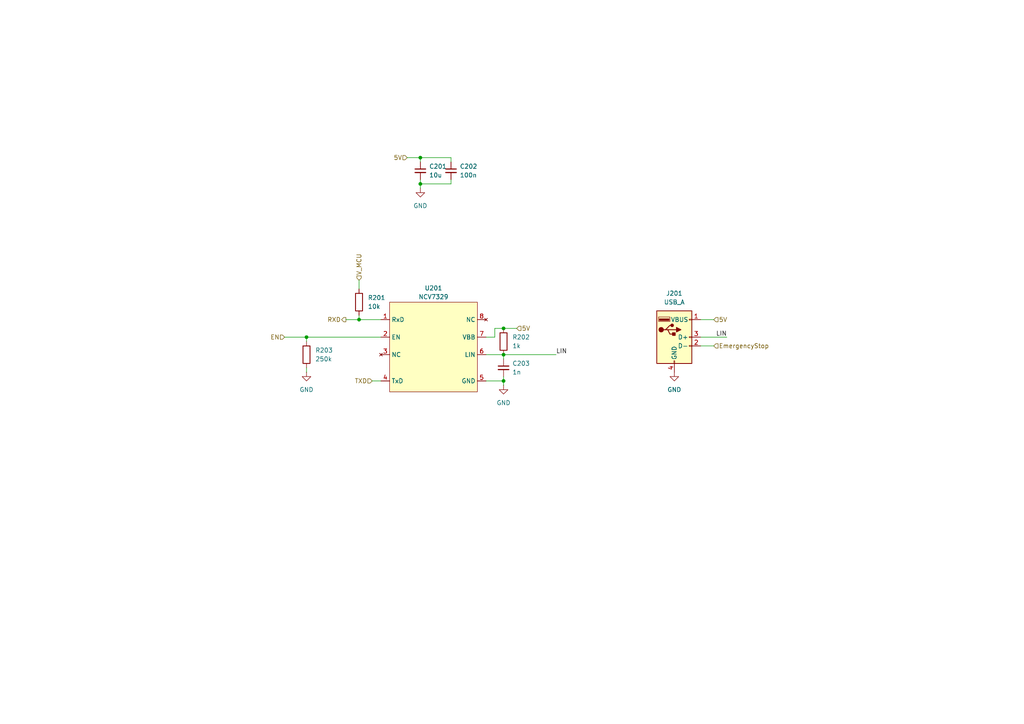
<source format=kicad_sch>
(kicad_sch (version 20231120) (generator "eeschema") (generator_version "8.0")
  (paper "A4")
  (lib_symbols
    (symbol "Connector:USB_A" (pin_names (offset 1.016))
      (property "Reference" "J1" (at 0 12.7 0))
      (property "Value" "USB_A" (at 0 10.16 0))
      (symbol "USB_A_0_1"
        (rectangle (start -5.08 -7.62) (end 5.08 7.62) (stroke (width 0.254)) (fill (type background)))
        (circle (center -3.81 2.159) (radius 0.635) (stroke (width 0.254)) (fill (type outline)))
        (rectangle (start -1.524 4.826) (end -4.318 5.334) (fill (type outline)))
        (rectangle (start -1.27 4.572) (end -4.572 5.842))
        (circle (center -0.635 3.429) (radius 0.381) (stroke (width 0.254)) (fill (type outline)))
        (rectangle (start -0.127 -7.62) (end 0.127 -6.858))
        (polyline (pts (xy -3.175 2.159) (xy -2.54 2.159) (xy -1.27 3.429) (xy -0.635 3.429)) (stroke (width 0.254)))
        (polyline (pts (xy -2.54 2.159) (xy -1.905 2.159) (xy -1.27 0.889) (xy 0 0.889)) (stroke (width 0.254)))
        (polyline (pts (xy 0.635 2.794) (xy 0.635 1.524) (xy 1.905 2.159) (xy 0.635 2.794)) (stroke (width 0.254)) (fill (type outline)))
        (rectangle (start 0.254 1.27) (end -0.508 0.508) (stroke (width 0.254)) (fill (type outline)))
        (rectangle (start 5.08 -2.667) (end 4.318 -2.413))
        (rectangle (start 5.08 -0.127) (end 4.318 0.127))
        (rectangle (start 5.08 4.953) (end 4.318 5.207))
      )
      (symbol "USB_A_1_1"
        (polyline (pts (xy -1.905 2.159) (xy 0.635 2.159)) (stroke (width 0.254)))
        (pin power_in line (at 7.62 5.08 180) (length 2.54) (name "VBUS") (number "1"))
        (pin bidirectional line (at 7.62 -2.54 180) (length 2.54) (name "D-") (number "2"))
        (pin bidirectional line (at 7.62 0 180) (length 2.54) (name "D+") (number "3"))
        (pin power_in line (at 0 -10.16 90) (length 2.54) (name "GND") (number "4"))
      )
    )
    (symbol "Device:C_Small" (pin_numbers hide) (pin_names (offset 0.254) hide)
      (property "Reference" "C" (at 0.254 1.778 0))
      (property "Value" "C_Small" (at 0.254 -2.032 0))
      (symbol "C_Small_0_1"
        (polyline (pts (xy -1.524 -0.508) (xy 1.524 -0.508)) (stroke (width 0.3302)))
        (polyline (pts (xy -1.524 0.508) (xy 1.524 0.508)) (stroke (width 0.3048)))
      )
      (symbol "C_Small_1_1"
        (pin passive line (at 0 2.54 270) (length 2.032) (name "~") (number "1"))
        (pin passive line (at 0 -2.54 90) (length 2.032) (name "~") (number "2"))
      )
    )
    (symbol "Device:R" (pin_numbers hide) (pin_names (offset 0))
      (property "Reference" "R" (at 2.032 0 90))
      (property "Value" "R" (at 0 0 90))
      (symbol "R_0_1"
        (rectangle (start -1.016 -2.54) (end 1.016 2.54) (stroke (width 0.254)))
      )
      (symbol "R_1_1"
        (pin passive line (at 0 3.81 270) (length 1.27) (name "~") (number "1"))
        (pin passive line (at 0 -3.81 90) (length 1.27) (name "~") (number "2"))
      )
    )
    (symbol "Librairie_MB:NCV7329"
      (property "Reference" "U3" (at 0 22.86 0))
      (property "Value" "NCV7329" (at 0 20.32 0))
      (property "MPN" "NCV7329D10R2G" (at 0 17.78 0))
      (property "LCSC" "C603984 " (at 0 15.24 0))
      (symbol "NCV7329_1_1"
        (rectangle (start -12.7 12.7) (end 12.7 -13.335) (fill (type background)))
        (pin output line (at -15.24 7.62 0) (length 2.54) (name "RxD") (number "1"))
        (pin input line (at -15.24 2.54 0) (length 2.54) (name "EN") (number "2"))
        (pin no_connect line (at -15.24 -2.54 0) (length 2.54) (name "NC") (number "3"))
        (pin input line (at -15.24 -10.16 0) (length 2.54) (name "TxD") (number "4"))
        (pin power_in line (at 15.24 -10.16 180) (length 2.54) (name "GND") (number "5"))
        (pin bidirectional line (at 15.24 -2.54 180) (length 2.54) (name "LIN") (number "6"))
        (pin power_in line (at 15.24 2.54 180) (length 2.54) (name "VBB") (number "7"))
        (pin no_connect line (at 15.24 7.62 180) (length 2.54) (name "NC") (number "8"))
      )
    )
    (symbol "power:GND" (power) (pin_numbers hide) (pin_names (offset 0) hide)
      (property "Value" "GND" (at 0 -3.81 0))
      (symbol "GND_0_1"
        (polyline (pts (xy 0 0) (xy 0 -1.27) (xy 1.27 -1.27) (xy 0 -2.54) (xy -1.27 -1.27) (xy 0 -1.27)))
      )
      (symbol "GND_1_1"
        (pin power_in line (at 0 0 270) (length 0) (name "~") (number "1"))
      )
    )
  )
  (junction (at 121.92 45.72))
  (junction (at 146.05 102.87))
  (junction (at 146.05 95.25))
  (junction (at 146.05 110.49))
  (junction (at 88.9 97.79))
  (junction (at 104.14 92.71))
  (junction (at 121.92 53.34))
  (wire (pts (xy 121.92 53.34) (xy 121.92 54.61)))
  (wire (pts (xy 203.2 92.71) (xy 207.01 92.71)))
  (wire (pts (xy 130.81 46.99) (xy 130.81 45.72)))
  (wire (pts (xy 130.81 52.07) (xy 130.81 53.34)))
  (wire (pts (xy 161.29 102.87) (xy 146.05 102.87)))
  (wire (pts (xy 121.92 53.34) (xy 130.81 53.34)))
  (wire (pts (xy 121.92 52.07) (xy 121.92 53.34)))
  (wire (pts (xy 100.33 92.71) (xy 104.14 92.71)))
  (wire (pts (xy 104.14 92.71) (xy 110.49 92.71)))
  (wire (pts (xy 82.55 97.79) (xy 88.9 97.79)))
  (wire (pts (xy 146.05 102.87) (xy 140.97 102.87)))
  (wire (pts (xy 88.9 107.95) (xy 88.9 106.68)))
  (wire (pts (xy 88.9 99.06) (xy 88.9 97.79)))
  (wire (pts (xy 146.05 95.25) (xy 149.86 95.25)))
  (wire (pts (xy 203.2 97.79) (xy 210.82 97.79)))
  (wire (pts (xy 121.92 45.72) (xy 121.92 46.99)))
  (wire (pts (xy 143.51 95.25) (xy 146.05 95.25)))
  (wire (pts (xy 146.05 110.49) (xy 140.97 110.49)))
  (wire (pts (xy 121.92 45.72) (xy 130.81 45.72)))
  (wire (pts (xy 146.05 109.22) (xy 146.05 110.49)))
  (wire (pts (xy 146.05 111.76) (xy 146.05 110.49)))
  (wire (pts (xy 146.05 102.87) (xy 146.05 104.14)))
  (wire (pts (xy 104.14 91.44) (xy 104.14 92.71)))
  (wire (pts (xy 143.51 97.79) (xy 143.51 95.25)))
  (wire (pts (xy 121.92 45.72) (xy 118.11 45.72)))
  (wire (pts (xy 107.95 110.49) (xy 110.49 110.49)))
  (wire (pts (xy 104.14 81.28) (xy 104.14 83.82)))
  (wire (pts (xy 140.97 97.79) (xy 143.51 97.79)))
  (wire (pts (xy 88.9 97.79) (xy 110.49 97.79)))
  (wire (pts (xy 203.2 100.33) (xy 207.01 100.33)))
  (label "LIN" (at 210.82 97.79 180))
  (label "LIN" (at 161.29 102.87 0))
  (hierarchical_label "5V" (shape input) (at 149.86 95.25 0))
  (hierarchical_label "5V" (shape input) (at 207.01 92.71 0))
  (hierarchical_label "RXD" (shape output) (at 100.33 92.71 180))
  (hierarchical_label "5V" (shape input) (at 118.11 45.72 180))
  (hierarchical_label "TXD" (shape input) (at 107.95 110.49 180))
  (hierarchical_label "V_MCU" (shape input) (at 104.14 81.28 90))
  (hierarchical_label "EN" (shape input) (at 82.55 97.79 180))
  (hierarchical_label "EmergencyStop" (shape input) (at 207.01 100.33 0))
  (symbol (lib_id "Device:C_Small") (at 121.92 49.53 0) (unit 1)
    (property "Reference" "C201" (at 124.46 48.2662 0) (effects (justify left)))
    (property "Value" "10u" (at 124.46 50.8062 0) (effects (justify left)))
    (property "Description" "Unpolarized capacitor, small symbol" (effects (hide yes)))
  )
  (symbol (lib_id "power:GND") (at 88.9 107.95 0) (unit 1)
    (property "Reference" "#PWR0202" (effects (hide yes)))
    (property "Value" "GND" (at 88.9 113.03 0))
    (property "Description" "Power symbol creates a global label with name \"GND\" , ground" (effects (hide yes)))
  )
  (symbol (lib_id "Device:R") (at 104.14 87.63 0) (unit 1)
    (property "Reference" "R201" (at 106.68 86.3599 0) (effects (justify left)))
    (property "Value" "10k" (at 106.68 88.8999 0) (effects (justify left)))
    (property "Description" "Resistor" (effects (hide yes)))
  )
  (symbol (lib_id "power:GND") (at 146.05 111.76 0) (unit 1)
    (property "Reference" "#PWR0204" (effects (hide yes)))
    (property "Value" "GND" (at 146.05 116.84 0))
    (property "Description" "Power symbol creates a global label with name \"GND\" , ground" (effects (hide yes)))
  )
  (symbol (lib_id "Connector:USB_A") (at 195.58 97.79 0) (unit 1)
    (property "Reference" "J201" (at 195.58 85.09 0))
    (property "Value" "USB_A" (at 195.58 87.63 0))
    (property "Footprint" "Librairie_MB:USB_A_Femelle" (effects (hide yes)))
    (property "Datasheet" "https://www.lcsc.com/datasheet/lcsc_datasheet_2103011233_Jing-Extension-of-the-Electronic-Co--908-371A1011D10100_C42576.pdf" (effects (hide yes)))
    (property "Description" "USB Type A connector" (effects (hide yes)))
    (property "MPN" "  908-371A1011D10100" (effects (hide yes)))
    (property "LCSC" "  C42576" (effects (hide yes)))
  )
  (symbol (lib_id "power:GND") (at 121.92 54.61 0) (unit 1)
    (property "Reference" "#PWR0201" (effects (hide yes)))
    (property "Value" "GND" (at 121.92 59.69 0))
    (property "Description" "Power symbol creates a global label with name \"GND\" , ground" (effects (hide yes)))
  )
  (symbol (lib_id "Device:R") (at 88.9 102.87 0) (unit 1)
    (property "Reference" "R203" (at 91.44 101.5999 0) (effects (justify left)))
    (property "Value" "250k" (at 91.44 104.1399 0) (effects (justify left)))
    (property "Description" "Resistor" (effects (hide yes)))
  )
  (symbol (lib_id "Device:C_Small") (at 146.05 106.68 0) (unit 1)
    (property "Reference" "C203" (at 148.59 105.4162 0) (effects (justify left)))
    (property "Value" "1n" (at 148.59 107.9562 0) (effects (justify left)))
    (property "Description" "Unpolarized capacitor, small symbol" (effects (hide yes)))
  )
  (symbol (lib_id "power:GND") (at 195.58 107.95 0) (unit 1)
    (property "Reference" "#PWR0203" (effects (hide yes)))
    (property "Value" "GND" (at 195.58 113.03 0))
    (property "Description" "Power symbol creates a global label with name \"GND\" , ground" (effects (hide yes)))
  )
  (symbol (lib_id "Librairie_MB:NCV7329") (at 125.73 100.33 0) (unit 1)
    (property "Reference" "U201" (at 125.73 83.566 0))
    (property "Value" "NCV7329" (at 125.73 86.106 0))
    (property "Footprint" "Librairie_MB:NCV7329" (effects (hide yes)))
    (property "Datasheet" "https://www.lcsc.com/datasheet/lcsc_datasheet_2210210000_onsemi-NCV7329D10R2G_C603984.pdf" (effects (hide yes)))
    (property "Description" "LIN Trans/receiver" (effects (hide yes)))
    (property "MPN" "NCV7329D10R2G" (effects (hide yes)))
    (property "LCSC" "C603984 " (effects (hide yes)))
  )
  (symbol (lib_id "Device:C_Small") (at 130.81 49.53 0) (unit 1)
    (property "Reference" "C202" (at 133.35 48.2662 0) (effects (justify left)))
    (property "Value" "100n" (at 133.35 50.8062 0) (effects (justify left)))
    (property "Description" "Unpolarized capacitor, small symbol" (effects (hide yes)))
  )
  (symbol (lib_id "Device:R") (at 146.05 99.06 0) (unit 1)
    (property "Reference" "R202" (at 148.59 97.7899 0) (effects (justify left)))
    (property "Value" "1k" (at 148.59 100.3299 0) (effects (justify left)))
    (property "Description" "Resistor" (effects (hide yes)))
  )
)
</source>
